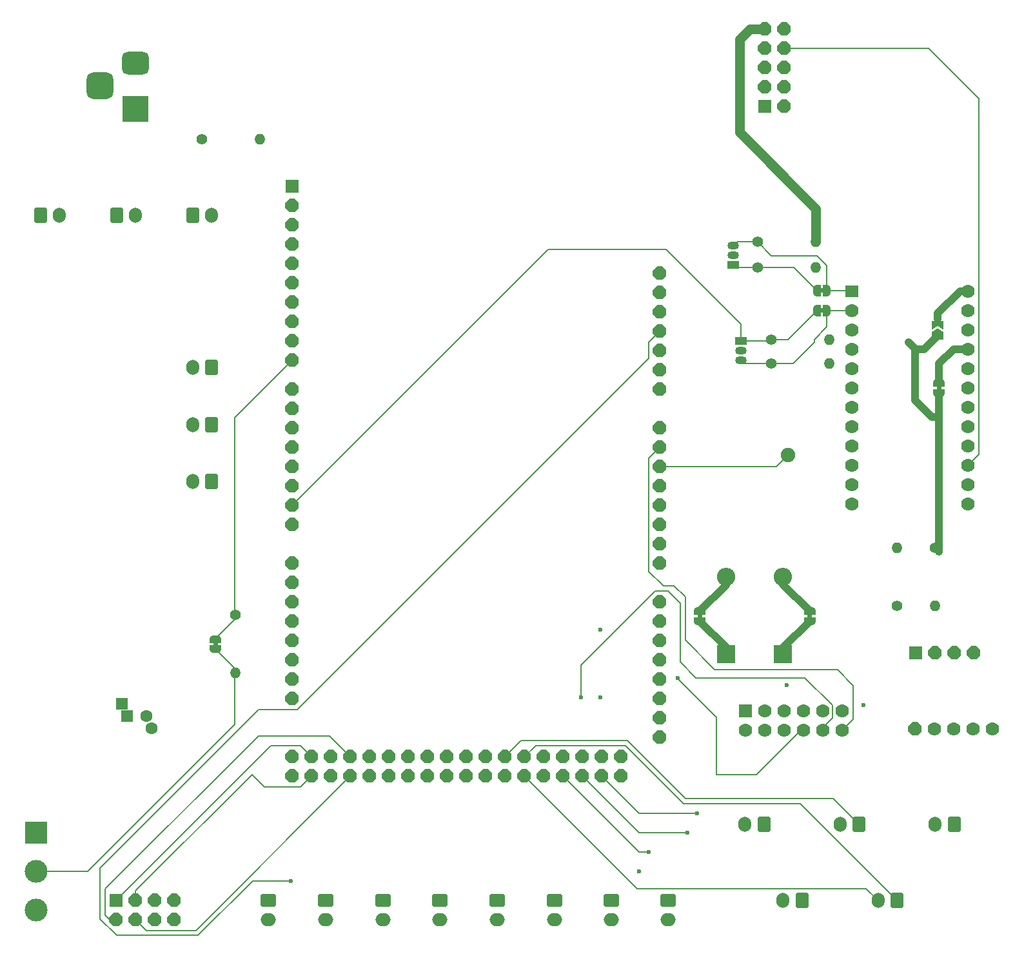
<source format=gbr>
%TF.GenerationSoftware,KiCad,Pcbnew,8.0.6*%
%TF.CreationDate,2025-05-19T18:35:20-06:00*%
%TF.ProjectId,main V5,6d61696e-2056-4352-9e6b-696361645f70,rev?*%
%TF.SameCoordinates,Original*%
%TF.FileFunction,Copper,L1,Top*%
%TF.FilePolarity,Positive*%
%FSLAX46Y46*%
G04 Gerber Fmt 4.6, Leading zero omitted, Abs format (unit mm)*
G04 Created by KiCad (PCBNEW 8.0.6) date 2025-05-19 18:35:20*
%MOMM*%
%LPD*%
G01*
G04 APERTURE LIST*
G04 Aperture macros list*
%AMRoundRect*
0 Rectangle with rounded corners*
0 $1 Rounding radius*
0 $2 $3 $4 $5 $6 $7 $8 $9 X,Y pos of 4 corners*
0 Add a 4 corners polygon primitive as box body*
4,1,4,$2,$3,$4,$5,$6,$7,$8,$9,$2,$3,0*
0 Add four circle primitives for the rounded corners*
1,1,$1+$1,$2,$3*
1,1,$1+$1,$4,$5*
1,1,$1+$1,$6,$7*
1,1,$1+$1,$8,$9*
0 Add four rect primitives between the rounded corners*
20,1,$1+$1,$2,$3,$4,$5,0*
20,1,$1+$1,$4,$5,$6,$7,0*
20,1,$1+$1,$6,$7,$8,$9,0*
20,1,$1+$1,$8,$9,$2,$3,0*%
%AMOutline5P*
0 Free polygon, 5 corners , with rotation*
0 The origin of the aperture is its center*
0 number of corners: always 5*
0 $1 to $10 corner X, Y*
0 $11 Rotation angle, in degrees counterclockwise*
0 create outline with 5 corners*
4,1,5,$1,$2,$3,$4,$5,$6,$7,$8,$9,$10,$1,$2,$11*%
%AMOutline6P*
0 Free polygon, 6 corners , with rotation*
0 The origin of the aperture is its center*
0 number of corners: always 6*
0 $1 to $12 corner X, Y*
0 $13 Rotation angle, in degrees counterclockwise*
0 create outline with 6 corners*
4,1,6,$1,$2,$3,$4,$5,$6,$7,$8,$9,$10,$11,$12,$1,$2,$13*%
%AMOutline7P*
0 Free polygon, 7 corners , with rotation*
0 The origin of the aperture is its center*
0 number of corners: always 7*
0 $1 to $14 corner X, Y*
0 $15 Rotation angle, in degrees counterclockwise*
0 create outline with 7 corners*
4,1,7,$1,$2,$3,$4,$5,$6,$7,$8,$9,$10,$11,$12,$13,$14,$1,$2,$15*%
%AMOutline8P*
0 Free polygon, 8 corners , with rotation*
0 The origin of the aperture is its center*
0 number of corners: always 8*
0 $1 to $16 corner X, Y*
0 $17 Rotation angle, in degrees counterclockwise*
0 create outline with 8 corners*
4,1,8,$1,$2,$3,$4,$5,$6,$7,$8,$9,$10,$11,$12,$13,$14,$15,$16,$1,$2,$17*%
%AMFreePoly0*
4,1,19,0.500000,-0.750000,0.000000,-0.750000,0.000000,-0.744911,-0.071157,-0.744911,-0.207708,-0.704816,-0.327430,-0.627875,-0.420627,-0.520320,-0.479746,-0.390866,-0.500000,-0.250000,-0.500000,0.250000,-0.479746,0.390866,-0.420627,0.520320,-0.327430,0.627875,-0.207708,0.704816,-0.071157,0.744911,0.000000,0.744911,0.000000,0.750000,0.500000,0.750000,0.500000,-0.750000,0.500000,-0.750000,
$1*%
%AMFreePoly1*
4,1,19,0.000000,0.744911,0.071157,0.744911,0.207708,0.704816,0.327430,0.627875,0.420627,0.520320,0.479746,0.390866,0.500000,0.250000,0.500000,-0.250000,0.479746,-0.390866,0.420627,-0.520320,0.327430,-0.627875,0.207708,-0.704816,0.071157,-0.744911,0.000000,-0.744911,0.000000,-0.750000,-0.500000,-0.750000,-0.500000,0.750000,0.000000,0.750000,0.000000,0.744911,0.000000,0.744911,
$1*%
%AMFreePoly2*
4,1,6,1.000000,0.000000,0.500000,-0.750000,-0.500000,-0.750000,-0.500000,0.750000,0.500000,0.750000,1.000000,0.000000,1.000000,0.000000,$1*%
%AMFreePoly3*
4,1,6,0.500000,-0.750000,-0.650000,-0.750000,-0.150000,0.000000,-0.650000,0.750000,0.500000,0.750000,0.500000,-0.750000,0.500000,-0.750000,$1*%
G04 Aperture macros list end*
%TA.AperFunction,EtchedComponent*%
%ADD10C,0.000000*%
%TD*%
%TA.AperFunction,ComponentPad*%
%ADD11C,1.400000*%
%TD*%
%TA.AperFunction,ComponentPad*%
%ADD12O,1.400000X1.400000*%
%TD*%
%TA.AperFunction,ComponentPad*%
%ADD13R,1.778000X1.778000*%
%TD*%
%TA.AperFunction,ComponentPad*%
%ADD14Outline8P,-0.889000X0.368236X-0.368236X0.889000X0.368236X0.889000X0.889000X0.368236X0.889000X-0.368236X0.368236X-0.889000X-0.368236X-0.889000X-0.889000X-0.368236X0.000000*%
%TD*%
%TA.AperFunction,ComponentPad*%
%ADD15R,3.500000X3.500000*%
%TD*%
%TA.AperFunction,ComponentPad*%
%ADD16RoundRect,0.750000X-1.000000X0.750000X-1.000000X-0.750000X1.000000X-0.750000X1.000000X0.750000X0*%
%TD*%
%TA.AperFunction,ComponentPad*%
%ADD17RoundRect,0.875000X-0.875000X0.875000X-0.875000X-0.875000X0.875000X-0.875000X0.875000X0.875000X0*%
%TD*%
%TA.AperFunction,ComponentPad*%
%ADD18RoundRect,0.250000X-0.750000X0.600000X-0.750000X-0.600000X0.750000X-0.600000X0.750000X0.600000X0*%
%TD*%
%TA.AperFunction,ComponentPad*%
%ADD19O,2.000000X1.700000*%
%TD*%
%TA.AperFunction,ComponentPad*%
%ADD20RoundRect,0.250000X-0.600000X-0.750000X0.600000X-0.750000X0.600000X0.750000X-0.600000X0.750000X0*%
%TD*%
%TA.AperFunction,ComponentPad*%
%ADD21O,1.700000X2.000000*%
%TD*%
%TA.AperFunction,ComponentPad*%
%ADD22RoundRect,0.250000X0.600000X0.750000X-0.600000X0.750000X-0.600000X-0.750000X0.600000X-0.750000X0*%
%TD*%
%TA.AperFunction,SMDPad,CuDef*%
%ADD23FreePoly0,90.000000*%
%TD*%
%TA.AperFunction,SMDPad,CuDef*%
%ADD24FreePoly1,90.000000*%
%TD*%
%TA.AperFunction,ComponentPad*%
%ADD25Outline8P,-0.889000X0.368236X-0.368236X0.889000X0.368236X0.889000X0.889000X0.368236X0.889000X-0.368236X0.368236X-0.889000X-0.368236X-0.889000X-0.889000X-0.368236X90.000000*%
%TD*%
%TA.AperFunction,ComponentPad*%
%ADD26R,2.400000X2.400000*%
%TD*%
%TA.AperFunction,ComponentPad*%
%ADD27O,2.400000X2.400000*%
%TD*%
%TA.AperFunction,SMDPad,CuDef*%
%ADD28FreePoly0,270.000000*%
%TD*%
%TA.AperFunction,SMDPad,CuDef*%
%ADD29FreePoly1,270.000000*%
%TD*%
%TA.AperFunction,SMDPad,CuDef*%
%ADD30FreePoly2,90.000000*%
%TD*%
%TA.AperFunction,SMDPad,CuDef*%
%ADD31FreePoly3,90.000000*%
%TD*%
%TA.AperFunction,ComponentPad*%
%ADD32C,1.778000*%
%TD*%
%TA.AperFunction,SMDPad,CuDef*%
%ADD33FreePoly0,180.000000*%
%TD*%
%TA.AperFunction,SMDPad,CuDef*%
%ADD34FreePoly1,180.000000*%
%TD*%
%TA.AperFunction,ComponentPad*%
%ADD35R,1.500000X1.050000*%
%TD*%
%TA.AperFunction,ComponentPad*%
%ADD36O,1.500000X1.050000*%
%TD*%
%TA.AperFunction,ComponentPad*%
%ADD37R,3.000000X3.000000*%
%TD*%
%TA.AperFunction,ComponentPad*%
%ADD38C,3.000000*%
%TD*%
%TA.AperFunction,ComponentPad*%
%ADD39Outline8P,-0.889000X0.368236X-0.368236X0.889000X0.368236X0.889000X0.889000X0.368236X0.889000X-0.368236X0.368236X-0.889000X-0.368236X-0.889000X-0.889000X-0.368236X180.000000*%
%TD*%
%TA.AperFunction,ComponentPad*%
%ADD40C,1.905000*%
%TD*%
%TA.AperFunction,ComponentPad*%
%ADD41R,1.600000X1.600000*%
%TD*%
%TA.AperFunction,ComponentPad*%
%ADD42C,1.600000*%
%TD*%
%TA.AperFunction,ComponentPad*%
%ADD43R,1.778000X1.524000*%
%TD*%
%TA.AperFunction,ViaPad*%
%ADD44C,0.600000*%
%TD*%
%TA.AperFunction,Conductor*%
%ADD45C,1.016000*%
%TD*%
%TA.AperFunction,Conductor*%
%ADD46C,1.000000*%
%TD*%
%TA.AperFunction,Conductor*%
%ADD47C,0.635000*%
%TD*%
%TA.AperFunction,Conductor*%
%ADD48C,0.200000*%
%TD*%
%TA.AperFunction,Conductor*%
%ADD49C,1.270000*%
%TD*%
G04 APERTURE END LIST*
D10*
%TA.AperFunction,EtchedComponent*%
%TO.C,JP3*%
G36*
X188300000Y-90450000D02*
G01*
X187700000Y-90450000D01*
X187700000Y-89950000D01*
X188300000Y-89950000D01*
X188300000Y-90450000D01*
G37*
%TD.AperFunction*%
%TA.AperFunction,EtchedComponent*%
%TO.C,JP5*%
G36*
X171300000Y-120400000D02*
G01*
X170700000Y-120400000D01*
X170700000Y-119900000D01*
X171300000Y-119900000D01*
X171300000Y-120400000D01*
G37*
%TD.AperFunction*%
%TA.AperFunction,EtchedComponent*%
%TO.C,JP7*%
G36*
X93300000Y-124100000D02*
G01*
X92700000Y-124100000D01*
X92700000Y-123600000D01*
X93300000Y-123600000D01*
X93300000Y-124100000D01*
G37*
%TD.AperFunction*%
%TA.AperFunction,EtchedComponent*%
%TO.C,JP2*%
G36*
X172850000Y-80300000D02*
G01*
X172350000Y-80300000D01*
X172350000Y-79700000D01*
X172850000Y-79700000D01*
X172850000Y-80300000D01*
G37*
%TD.AperFunction*%
%TA.AperFunction,EtchedComponent*%
%TO.C,JP1*%
G36*
X172850000Y-77700000D02*
G01*
X172350000Y-77700000D01*
X172350000Y-77100000D01*
X172850000Y-77100000D01*
X172850000Y-77700000D01*
G37*
%TD.AperFunction*%
%TA.AperFunction,EtchedComponent*%
%TO.C,JP6*%
G36*
X156900000Y-120400000D02*
G01*
X156300000Y-120400000D01*
X156300000Y-119900000D01*
X156900000Y-119900000D01*
X156900000Y-120400000D01*
G37*
%TD.AperFunction*%
%TD*%
D11*
%TO.P,R7,1*%
%TO.N,/RX_OUT*%
X164200000Y-71000000D03*
D12*
%TO.P,R7,2*%
%TO.N,+3.3V*%
X171820000Y-71000000D03*
%TD*%
D13*
%TO.P,U$2,CLK,CLK*%
%TO.N,Net-(R2-Pad1)*%
X184960000Y-125000000D03*
D14*
%TO.P,U$2,DIO,DIO*%
%TO.N,Net-(R3-Pad2)*%
X187500000Y-125000000D03*
%TO.P,U$2,GND,GND*%
%TO.N,GND*%
X190040000Y-125000000D03*
%TO.P,U$2,VCC,VCC*%
%TO.N,/5V*%
X192580000Y-125000000D03*
%TD*%
D11*
%TO.P,Neopixel Resistor1,1,1*%
%TO.N,Net-(JP7-B)*%
X95600000Y-119990000D03*
D12*
%TO.P,Neopixel Resistor1,2,2*%
%TO.N,Net-(JP7-A)*%
X95600000Y-127610000D03*
%TD*%
D15*
%TO.P,J1,1,1*%
%TO.N,/RAW_IN*%
X82500000Y-53500000D03*
D16*
%TO.P,J1,2,2*%
%TO.N,GND*%
X82500000Y-47500000D03*
D17*
%TO.P,J1,3,3*%
X77800000Y-50500000D03*
%TD*%
D18*
%TO.P,SW6,1,S*%
%TO.N,Net-(SW6A-S)*%
X137500000Y-157500000D03*
D19*
%TO.P,SW6,2,S*%
%TO.N,GND*%
X137500000Y-160000000D03*
%TD*%
D18*
%TO.P,SW4,1,S*%
%TO.N,Net-(SW4A-S)*%
X122450000Y-157500000D03*
D19*
%TO.P,SW4,2,S*%
%TO.N,GND*%
X122450000Y-160000000D03*
%TD*%
D18*
%TO.P,SW1,1,S*%
%TO.N,Net-(SW1A-S)*%
X99950000Y-157500000D03*
D19*
%TO.P,SW1,2,S*%
%TO.N,GND*%
X99950000Y-160000000D03*
%TD*%
D11*
%TO.P,R2,1,1*%
%TO.N,Net-(R2-Pad1)*%
X182500000Y-118810000D03*
D12*
%TO.P,R2,2,2*%
%TO.N,/5V*%
X182500000Y-111190000D03*
%TD*%
D20*
%TO.P,POWER_LED0,1,S*%
%TO.N,/5V*%
X90000000Y-67500000D03*
D21*
%TO.P,POWER_LED0,2,S*%
%TO.N,Net-(POWER_LED0B-S)*%
X92500000Y-67500000D03*
%TD*%
D11*
%TO.P,R6,1*%
%TO.N,/RX_5V*%
X164190000Y-74400000D03*
D12*
%TO.P,R6,2*%
%TO.N,/5V*%
X171810000Y-74400000D03*
%TD*%
D22*
%TO.P,JACK_CON3,1,S*%
%TO.N,Net-(JACK_CON3A-S)*%
X177500000Y-147500000D03*
D21*
%TO.P,JACK_CON3,2,S*%
%TO.N,Net-(JACK_CON3B-S)*%
X175000000Y-147500000D03*
%TD*%
D22*
%TO.P,JACK_CON1,1,S*%
%TO.N,Net-(JACK_CON1A-S)*%
X165000000Y-147500000D03*
D21*
%TO.P,JACK_CON1,2,S*%
%TO.N,Net-(JACK_CON1B-S)*%
X162500000Y-147500000D03*
%TD*%
D23*
%TO.P,JP3,1,A*%
%TO.N,/5V*%
X188000000Y-90850000D03*
D24*
%TO.P,JP3,2,B*%
%TO.N,+3.3V*%
X188000000Y-89550000D03*
%TD*%
D22*
%TO.P,SECTION_2_BUTTON0,1,KL*%
%TO.N,Net-(SECTION_2_BUTTON0A-KL)*%
X92500000Y-95000000D03*
D21*
%TO.P,SECTION_2_BUTTON0,2,KL*%
%TO.N,GND*%
X90000000Y-95000000D03*
%TD*%
D18*
%TO.P,SW5,1,S*%
%TO.N,Net-(SW5A-S)*%
X129950000Y-157500000D03*
D19*
%TO.P,SW5,2,S*%
%TO.N,GND*%
X129950000Y-160000000D03*
%TD*%
D20*
%TO.P,RESET0,1,S*%
%TO.N,/RESET*%
X80000000Y-67500000D03*
D21*
%TO.P,RESET0,2,S*%
%TO.N,GND*%
X82500000Y-67500000D03*
%TD*%
D11*
%TO.P,R4,1*%
%TO.N,/TX_5V*%
X165990000Y-83800000D03*
D12*
%TO.P,R4,2*%
%TO.N,/5V*%
X173610000Y-83800000D03*
%TD*%
D20*
%TO.P,PWR_IN0,1,S*%
%TO.N,/RAW_IN*%
X70000000Y-67500000D03*
D21*
%TO.P,PWR_IN0,2,S*%
%TO.N,/5V*%
X72500000Y-67500000D03*
%TD*%
D25*
%TO.P,11,3V3,3V3*%
%TO.N,unconnected-(11-Pad3V3)*%
X167670000Y-43053000D03*
%TO.P,11,5V,5V*%
%TO.N,+3.3V*%
X165130000Y-43053000D03*
D13*
%TO.P,11,GND@1,GND*%
%TO.N,GND*%
X165130000Y-53213000D03*
D25*
%TO.P,11,GND@2,GND*%
X165130000Y-45593000D03*
%TO.P,11,INT,INT*%
%TO.N,unconnected-(11-PadINT)*%
X165130000Y-50673000D03*
%TO.P,11,MISO,MISO*%
%TO.N,Net-(U1-12)*%
X167670000Y-45593000D03*
%TO.P,11,MOSI,MOSI*%
%TO.N,Net-(U1-11)*%
X167670000Y-48133000D03*
%TO.P,11,RST,RST*%
%TO.N,/RESET*%
X165130000Y-48133000D03*
%TO.P,11,SCLK,SCLK*%
%TO.N,Net-(U1-13)*%
X167670000Y-53213000D03*
%TO.P,11,SCS,SCS*%
%TO.N,Net-(U1-10)*%
X167670000Y-50673000D03*
%TD*%
D26*
%TO.P,D2,1,K*%
%TO.N,Net-(D2-K)*%
X160000000Y-125160000D03*
D27*
%TO.P,D2,2,A*%
%TO.N,/3V3*%
X160000000Y-115000000D03*
%TD*%
D18*
%TO.P,SW3,1,S*%
%TO.N,Net-(SW3A-S)*%
X114950000Y-157500000D03*
D19*
%TO.P,SW3,2,S*%
%TO.N,GND*%
X114950000Y-160000000D03*
%TD*%
D22*
%TO.P,JACK_CON5,1,S*%
%TO.N,Net-(JACK_CON5A-S)*%
X190000000Y-147500000D03*
D21*
%TO.P,JACK_CON5,2,S*%
%TO.N,Net-(JACK_CON5B-S)*%
X187500000Y-147500000D03*
%TD*%
D28*
%TO.P,JP5,1,A*%
%TO.N,/5V*%
X171000000Y-119500000D03*
D29*
%TO.P,JP5,2,B*%
%TO.N,Net-(D1-K)*%
X171000000Y-120800000D03*
%TD*%
D18*
%TO.P,SW2,1,S*%
%TO.N,Net-(SW2A-S)*%
X107450000Y-157500000D03*
D19*
%TO.P,SW2,2,S*%
%TO.N,GND*%
X107450000Y-160000000D03*
%TD*%
D30*
%TO.P,JP4,1,A*%
%TO.N,/5V*%
X187800000Y-83325000D03*
D31*
%TO.P,JP4,2,B*%
%TO.N,Net-(JP4-B)*%
X187800000Y-81875000D03*
%TD*%
D13*
%TO.P,C1,3V3,3V3*%
%TO.N,Net-(D2-K)*%
X162560000Y-132588000D03*
D32*
%TO.P,C1,5V,5V*%
%TO.N,Net-(D1-K)*%
X165100000Y-132588000D03*
%TO.P,C1,GND,GND*%
%TO.N,GND*%
X167640000Y-132588000D03*
%TO.P,C1,MISO,MISO*%
%TO.N,/MISO*%
X172720000Y-135128000D03*
%TO.P,C1,MOSI,MOSI*%
%TO.N,/MOSI*%
X172720000Y-132588000D03*
%TO.P,C1,RST,Reset*%
%TO.N,/RESET*%
X175260000Y-132588000D03*
%TO.P,C1,SCK,SCK*%
%TO.N,/SCK*%
X170180000Y-132588000D03*
%TO.P,C1,SD_CS,SD_CS*%
%TO.N,/D48*%
X170180000Y-135128000D03*
%TO.P,C1,SPKR,SPKR*%
%TO.N,/D2*%
X162560000Y-135128000D03*
%TO.P,C1,TFT_CS,TFT_CS*%
%TO.N,/D53*%
X167640000Y-135128000D03*
%TO.P,C1,TFT_DC,TFT_DC*%
%TO.N,Net-(C1-PadTFT_DC)*%
X165100000Y-135128000D03*
%TO.P,C1,T_CS,Touch_CS*%
%TO.N,/Touch_CS*%
X175260000Y-135128000D03*
%TD*%
D23*
%TO.P,JP7,1,A*%
%TO.N,Net-(JP7-A)*%
X93000000Y-124500000D03*
D24*
%TO.P,JP7,2,B*%
%TO.N,Net-(JP7-B)*%
X93000000Y-123200000D03*
%TD*%
D11*
%TO.P,R1,1,1*%
%TO.N,Net-(POWER_LED0B-S)*%
X91190000Y-57500000D03*
D12*
%TO.P,R1,2,2*%
%TO.N,GND*%
X98810000Y-57500000D03*
%TD*%
D18*
%TO.P,SW8,1,S*%
%TO.N,Net-(SW8A-S)*%
X152450000Y-157500000D03*
D19*
%TO.P,SW8,2,S*%
%TO.N,GND*%
X152450000Y-160000000D03*
%TD*%
D13*
%TO.P,U$4,P1,P1*%
%TO.N,Net-(U$1-PadD22)*%
X79960000Y-157460000D03*
D14*
%TO.P,U$4,P2,P2*%
%TO.N,Net-(U$1-PadD23)*%
X82500000Y-157460000D03*
%TO.P,U$4,P3,P3*%
%TO.N,Net-(U$1-PadD24)*%
X85040000Y-157460000D03*
%TO.P,U$4,P4,P4*%
%TO.N,Net-(U$1-PadD25)*%
X87580000Y-157460000D03*
%TO.P,U$4,PA,PA*%
%TO.N,Net-(U$1-PadD26)*%
X79960000Y-160000000D03*
%TO.P,U$4,PB,PB*%
%TO.N,Net-(U$1-PadD27)*%
X82500000Y-160000000D03*
%TO.P,U$4,PC,PC*%
%TO.N,Net-(U$1-PadD28)*%
X85040000Y-160000000D03*
%TO.P,U$4,PD,PD*%
%TO.N,/D29*%
X87580000Y-160000000D03*
%TD*%
D33*
%TO.P,JP2,1,A*%
%TO.N,/TX_OUT*%
X173250000Y-80000000D03*
D34*
%TO.P,JP2,2,B*%
%TO.N,/TX_5V*%
X171950000Y-80000000D03*
%TD*%
D35*
%TO.P,Q2,1,D*%
%TO.N,/RX_5V*%
X161000000Y-74000000D03*
D36*
%TO.P,Q2,2,G*%
%TO.N,+3.3V*%
X161000000Y-72730000D03*
%TO.P,Q2,3,S*%
%TO.N,/RX_OUT*%
X161000000Y-71460000D03*
%TD*%
D18*
%TO.P,SW7,1,S*%
%TO.N,Net-(SW7A-S)*%
X144950000Y-157500000D03*
D19*
%TO.P,SW7,2,S*%
%TO.N,GND*%
X144950000Y-160000000D03*
%TD*%
D37*
%TO.P,X1,1,KL*%
%TO.N,/5V*%
X69400000Y-148590000D03*
D38*
%TO.P,X1,2,KL*%
%TO.N,Net-(JP7-A)*%
X69400000Y-153670000D03*
%TO.P,X1,3,KL*%
%TO.N,GND*%
X69400000Y-158750000D03*
%TD*%
D39*
%TO.P,U$1,3V3,3V3*%
%TO.N,/3V3*%
X151328500Y-80210000D03*
%TO.P,U$1,5V@1,5V*%
%TO.N,Net-(U$1-5V-Pad5V@1)*%
X151328500Y-82750000D03*
%TO.P,U$1,5V@2,5V*%
X103068500Y-138630000D03*
%TO.P,U$1,5V@3,5V*%
X103068500Y-141170000D03*
%TO.P,U$1,A0,A0*%
%TO.N,unconnected-(U$1-PadA0)*%
X151328500Y-95450000D03*
%TO.P,U$1,A1,A1*%
%TO.N,/Touch_CS*%
X151328500Y-97990000D03*
%TO.P,U$1,A2,A2*%
%TO.N,Net-(U2-T_IRQ)*%
X151328500Y-100530000D03*
%TO.P,U$1,A3,A3*%
%TO.N,unconnected-(U$1-PadA3)*%
X151328500Y-103070000D03*
%TO.P,U$1,A4,A4*%
%TO.N,unconnected-(U$1-PadA4)*%
X151328500Y-105610000D03*
%TO.P,U$1,A5,A5*%
%TO.N,unconnected-(U$1-PadA5)*%
X151328500Y-108150000D03*
%TO.P,U$1,A6,A6*%
%TO.N,unconnected-(U$1-PadA6)*%
X151328500Y-110690000D03*
%TO.P,U$1,A7,A7*%
%TO.N,unconnected-(U$1-PadA7)*%
X151328500Y-113230000D03*
%TO.P,U$1,A8,A8*%
%TO.N,unconnected-(U$1-PadA8)*%
X151328500Y-118310000D03*
%TO.P,U$1,A9,A9*%
%TO.N,unconnected-(U$1-PadA9)*%
X151328500Y-120850000D03*
%TO.P,U$1,A10,A10*%
%TO.N,unconnected-(U$1-PadA10)*%
X151328500Y-123390000D03*
%TO.P,U$1,A11,A11*%
%TO.N,unconnected-(U$1-PadA11)*%
X151328500Y-125930000D03*
%TO.P,U$1,A12,A12*%
%TO.N,unconnected-(U$1-PadA12)*%
X151328500Y-128470000D03*
%TO.P,U$1,A13,A13*%
%TO.N,unconnected-(U$1-PadA13)*%
X151328500Y-131010000D03*
%TO.P,U$1,A14,A14*%
%TO.N,unconnected-(U$1-PadA14)*%
X151328500Y-133550000D03*
%TO.P,U$1,A15,A15*%
%TO.N,unconnected-(U$1-PadA15)*%
X151328500Y-136090000D03*
%TO.P,U$1,AREF,AREF*%
%TO.N,unconnected-(U$1-PadAREF)*%
X103068500Y-68780000D03*
%TO.P,U$1,D0,D0*%
%TO.N,/RX_5V*%
X103068500Y-108150000D03*
%TO.P,U$1,D1,D1*%
%TO.N,/TX_5V*%
X103068500Y-105610000D03*
%TO.P,U$1,D2,D2*%
%TO.N,/D2*%
X103068500Y-103070000D03*
%TO.P,U$1,D3,D3*%
%TO.N,unconnected-(U$1-PadD3)*%
X103068500Y-100530000D03*
%TO.P,U$1,D4,D4*%
%TO.N,Net-(R2-Pad1)*%
X103068500Y-97990000D03*
%TO.P,U$1,D5,D5*%
%TO.N,Net-(R3-Pad2)*%
X103068500Y-95450000D03*
%TO.P,U$1,D6,D6*%
%TO.N,unconnected-(U$1-PadD6)*%
X103068500Y-92910000D03*
%TO.P,U$1,D7,D7*%
%TO.N,unconnected-(U$1-PadD7)*%
X103068500Y-90370000D03*
%TO.P,U$1,D8,D8*%
%TO.N,Net-(JP7-B)*%
X103068500Y-86560000D03*
%TO.P,U$1,D9,D9*%
%TO.N,Net-(SECTION_1_BUTTON0A-KL)*%
X103068500Y-84020000D03*
%TO.P,U$1,D10,D10*%
%TO.N,Net-(SECTION_2_BUTTON0A-KL)*%
X103068500Y-81480000D03*
%TO.P,U$1,D11,D11*%
%TO.N,Net-(SECTION_3_BUTTON0A-KL)*%
X103068500Y-78940000D03*
%TO.P,U$1,D12,D12*%
%TO.N,unconnected-(U$1-PadD12)*%
X103068500Y-76400000D03*
%TO.P,U$1,D13,D13*%
%TO.N,unconnected-(U$1-PadD13)*%
X103068500Y-73860000D03*
%TO.P,U$1,D14,D14*%
%TO.N,unconnected-(U$1-PadD14)*%
X103068500Y-113230000D03*
%TO.P,U$1,D15,D15*%
%TO.N,unconnected-(U$1-PadD15)*%
X103068500Y-115770000D03*
%TO.P,U$1,D16,D16*%
%TO.N,unconnected-(U$1-PadD16)*%
X103068500Y-118310000D03*
%TO.P,U$1,D17,D17*%
%TO.N,unconnected-(U$1-PadD17)*%
X103068500Y-120850000D03*
%TO.P,U$1,D18,D18*%
%TO.N,unconnected-(U$1-PadD18)*%
X103068500Y-123390000D03*
%TO.P,U$1,D19,D19*%
%TO.N,unconnected-(U$1-PadD19)*%
X103068500Y-125930000D03*
%TO.P,U$1,D20,D20*%
%TO.N,Net-(U$1-PadD20)*%
X103068500Y-128470000D03*
%TO.P,U$1,D21,D21*%
%TO.N,/D21*%
X103068500Y-131010000D03*
%TO.P,U$1,D22,D22*%
%TO.N,Net-(U$1-PadD22)*%
X105608500Y-138630000D03*
%TO.P,U$1,D23,D23*%
%TO.N,Net-(U$1-PadD23)*%
X105608500Y-141170000D03*
%TO.P,U$1,D24,D24*%
%TO.N,Net-(U$1-PadD24)*%
X108148500Y-138630000D03*
%TO.P,U$1,D25,D25*%
%TO.N,Net-(U$1-PadD25)*%
X108148500Y-141170000D03*
%TO.P,U$1,D26,D26*%
%TO.N,Net-(U$1-PadD26)*%
X110688500Y-138630000D03*
%TO.P,U$1,D27,D27*%
%TO.N,Net-(U$1-PadD27)*%
X110688500Y-141170000D03*
%TO.P,U$1,D28,D28*%
%TO.N,Net-(U$1-PadD28)*%
X113228500Y-138630000D03*
%TO.P,U$1,D29,D29*%
%TO.N,/D29*%
X113228500Y-141170000D03*
%TO.P,U$1,D30,D30*%
%TO.N,Net-(SW1A-S)*%
X115768500Y-138630000D03*
%TO.P,U$1,D31,D31*%
%TO.N,Net-(SW2A-S)*%
X115768500Y-141170000D03*
%TO.P,U$1,D32,D32*%
%TO.N,Net-(SW3A-S)*%
X118308500Y-138630000D03*
%TO.P,U$1,D33,D33*%
%TO.N,Net-(SW4A-S)*%
X118308500Y-141170000D03*
%TO.P,U$1,D34,D34*%
%TO.N,Net-(SW5A-S)*%
X120848500Y-138630000D03*
%TO.P,U$1,D35,D35*%
%TO.N,Net-(SW6A-S)*%
X120848500Y-141170000D03*
%TO.P,U$1,D36,D36*%
%TO.N,Net-(SW7A-S)*%
X123388500Y-138630000D03*
%TO.P,U$1,D37,D37*%
%TO.N,Net-(SW8A-S)*%
X123388500Y-141170000D03*
%TO.P,U$1,D38,D38*%
%TO.N,Net-(JACK_CON1A-S)*%
X125928500Y-138630000D03*
%TO.P,U$1,D39,D39*%
%TO.N,Net-(JACK_CON1B-S)*%
X125928500Y-141170000D03*
%TO.P,U$1,D40,D40*%
%TO.N,Net-(JACK_CON2A-S)*%
X128468500Y-138630000D03*
%TO.P,U$1,D41,D41*%
%TO.N,Net-(JACK_CON2B-S)*%
X128468500Y-141170000D03*
%TO.P,U$1,D42,D42*%
%TO.N,Net-(JACK_CON3A-S)*%
X131008500Y-138630000D03*
%TO.P,U$1,D43,D43*%
%TO.N,Net-(JACK_CON3B-S)*%
X131008500Y-141170000D03*
%TO.P,U$1,D44,D44*%
%TO.N,Net-(JACK_CON4A-S)*%
X133548500Y-138630000D03*
%TO.P,U$1,D45,D45*%
%TO.N,Net-(JACK_CON4B-S)*%
X133548500Y-141170000D03*
%TO.P,U$1,D46,D46*%
%TO.N,Net-(JACK_CON5A-S)*%
X136088500Y-138630000D03*
%TO.P,U$1,D47,D47*%
%TO.N,Net-(JACK_CON5B-S)*%
X136088500Y-141170000D03*
%TO.P,U$1,D48,D48*%
%TO.N,/D48*%
X138628500Y-138630000D03*
%TO.P,U$1,D49,D49*%
%TO.N,Net-(C1-PadTFT_DC)*%
X138628500Y-141170000D03*
%TO.P,U$1,D50,D50*%
%TO.N,/MISO*%
X141168500Y-138630000D03*
%TO.P,U$1,D51,D51*%
%TO.N,/MOSI*%
X141168500Y-141170000D03*
%TO.P,U$1,D52,D52*%
%TO.N,/SCK*%
X143708500Y-138630000D03*
%TO.P,U$1,D53,D53*%
%TO.N,/D53*%
X143708500Y-141170000D03*
%TO.P,U$1,GND@1,GND*%
%TO.N,GND*%
X103068500Y-71320000D03*
%TO.P,U$1,GND@2,GND*%
X151328500Y-87830000D03*
%TO.P,U$1,GND@3,GND*%
X151328500Y-85290000D03*
%TO.P,U$1,GND@4,GND*%
X146248500Y-138630000D03*
%TO.P,U$1,GND@5,GND*%
X146248500Y-141170000D03*
%TO.P,U$1,IOREF,IOREF*%
%TO.N,unconnected-(U$1-PadIOREF)*%
X151328500Y-75130000D03*
%TO.P,U$1,RESET,RESET*%
%TO.N,/RESET*%
X151328500Y-77670000D03*
D13*
%TO.P,U$1,SCL,SCL*%
%TO.N,unconnected-(U$1-PadSCL)*%
X103068500Y-63700000D03*
D39*
%TO.P,U$1,SDA,SDA*%
%TO.N,unconnected-(U$1-PadSDA)*%
X103068500Y-66240000D03*
%TO.P,U$1,VIN,VIN*%
%TO.N,/5V*%
X151328500Y-90370000D03*
%TD*%
D40*
%TO.P,U2,1,T_IRQ*%
%TO.N,Net-(U2-T_IRQ)*%
X168200000Y-99000000D03*
%TD*%
D22*
%TO.P,JACK_CON2,1,S*%
%TO.N,Net-(JACK_CON2A-S)*%
X170000000Y-157500000D03*
D21*
%TO.P,JACK_CON2,2,S*%
%TO.N,Net-(JACK_CON2B-S)*%
X167500000Y-157500000D03*
%TD*%
D41*
%TO.P,C2,1*%
%TO.N,/5V*%
X80740126Y-131674000D03*
X81411063Y-133274000D03*
D42*
%TO.P,C2,2*%
%TO.N,GND*%
X83911063Y-133274000D03*
X84582000Y-134874000D03*
%TD*%
D22*
%TO.P,SECTION_1_BUTTON0,1,KL*%
%TO.N,Net-(SECTION_1_BUTTON0A-KL)*%
X92500000Y-102500000D03*
D21*
%TO.P,SECTION_1_BUTTON0,2,KL*%
%TO.N,GND*%
X90000000Y-102500000D03*
%TD*%
D33*
%TO.P,JP1,1,A*%
%TO.N,/RX_OUT*%
X173250000Y-77400000D03*
D34*
%TO.P,JP1,2,B*%
%TO.N,/RX_5V*%
X171950000Y-77400000D03*
%TD*%
D43*
%TO.P,U1,0,TXD*%
%TO.N,/RX_OUT*%
X176530000Y-77470000D03*
D32*
%TO.P,U1,1,RXI*%
%TO.N,/TX_OUT*%
X176530000Y-80010000D03*
%TO.P,U1,2,GND/RST*%
%TO.N,unconnected-(U1-GND{slash}RST-Pad2)*%
X176530000Y-82550000D03*
%TO.P,U1,3,GND*%
%TO.N,unconnected-(U1-GND-Pad3)*%
X176530000Y-85090000D03*
%TO.P,U1,4,2*%
%TO.N,unconnected-(U1-2-Pad4)*%
X176530000Y-87630000D03*
%TO.P,U1,5,3*%
%TO.N,unconnected-(U1-3-Pad5)*%
X176530000Y-90170000D03*
%TO.P,U1,6,4*%
%TO.N,unconnected-(U1-4-Pad6)*%
X176530000Y-92710000D03*
%TO.P,U1,7,5*%
%TO.N,unconnected-(U1-5-Pad7)*%
X176530000Y-95250000D03*
%TO.P,U1,8,6*%
%TO.N,unconnected-(U1-6-Pad8)*%
X176530000Y-97790000D03*
%TO.P,U1,9,7*%
%TO.N,unconnected-(U1-7-Pad9)*%
X176530000Y-100330000D03*
%TO.P,U1,10,8*%
%TO.N,unconnected-(U1-8-Pad10)*%
X176530000Y-102870000D03*
%TO.P,U1,11,9*%
%TO.N,unconnected-(U1-9-Pad11)*%
X176530000Y-105410000D03*
%TO.P,U1,12,10*%
%TO.N,Net-(U1-10)*%
X191770000Y-105410000D03*
%TO.P,U1,13,11*%
%TO.N,Net-(U1-11)*%
X191770000Y-102870000D03*
%TO.P,U1,14,12*%
%TO.N,Net-(U1-12)*%
X191770000Y-100330000D03*
%TO.P,U1,15,13*%
%TO.N,Net-(U1-13)*%
X191770000Y-97790000D03*
%TO.P,U1,16,A0*%
%TO.N,unconnected-(U1-A0-Pad16)*%
X191770000Y-95250000D03*
%TO.P,U1,17,A1*%
%TO.N,unconnected-(U1-A1-Pad17)*%
X191770000Y-92710000D03*
%TO.P,U1,18,A2*%
%TO.N,unconnected-(U1-A2-Pad18)*%
X191770000Y-90170000D03*
%TO.P,U1,19,A3*%
%TO.N,unconnected-(U1-A3-Pad19)*%
X191770000Y-87630000D03*
%TO.P,U1,20,VCC*%
%TO.N,+3.3V*%
X191770000Y-85090000D03*
%TO.P,U1,21,RST*%
%TO.N,/RESET*%
X191770000Y-82550000D03*
%TO.P,U1,22,GND*%
%TO.N,GND*%
X191770000Y-80010000D03*
%TO.P,U1,23,RAW*%
%TO.N,Net-(JP4-B)*%
X191770000Y-77470000D03*
%TD*%
D22*
%TO.P,JACK_CON4,1,S*%
%TO.N,Net-(JACK_CON4A-S)*%
X182500000Y-157500000D03*
D21*
%TO.P,JACK_CON4,2,S*%
%TO.N,Net-(JACK_CON4B-S)*%
X180000000Y-157500000D03*
%TD*%
D11*
%TO.P,R3,1,1*%
%TO.N,/5V*%
X187500000Y-111190000D03*
D12*
%TO.P,R3,2,2*%
%TO.N,Net-(R3-Pad2)*%
X187500000Y-118810000D03*
%TD*%
D35*
%TO.P,Q1,1,D*%
%TO.N,/TX_5V*%
X162000000Y-84050000D03*
D36*
%TO.P,Q1,2,G*%
%TO.N,+3.3V*%
X162000000Y-85320000D03*
%TO.P,Q1,3,S*%
%TO.N,/TX_OUT*%
X162000000Y-86590000D03*
%TD*%
D32*
%TO.P,U$5,+,+*%
%TO.N,/5V*%
X192500000Y-135000000D03*
D14*
%TO.P,U$5,CLK,CLK*%
%TO.N,/D21*%
X184880000Y-135000000D03*
D32*
%TO.P,U$5,DT,DT*%
%TO.N,Net-(U$1-PadD20)*%
X187420000Y-135000000D03*
%TO.P,U$5,GND,GND*%
%TO.N,GND*%
X195040000Y-135000000D03*
%TO.P,U$5,SW,SW*%
%TO.N,unconnected-(U$5-PadSW)*%
X189960000Y-135000000D03*
%TD*%
D22*
%TO.P,SECTION_3_BUTTON0,1,KL*%
%TO.N,Net-(SECTION_3_BUTTON0A-KL)*%
X92500000Y-87500000D03*
D21*
%TO.P,SECTION_3_BUTTON0,2,KL*%
%TO.N,GND*%
X90000000Y-87500000D03*
%TD*%
D11*
%TO.P,R5,1*%
%TO.N,/TX_OUT*%
X165990000Y-86950000D03*
D12*
%TO.P,R5,2*%
%TO.N,+3.3V*%
X173610000Y-86950000D03*
%TD*%
D26*
%TO.P,D1,1,K*%
%TO.N,Net-(D1-K)*%
X167500000Y-125160000D03*
D27*
%TO.P,D1,2,A*%
%TO.N,/5V*%
X167500000Y-115000000D03*
%TD*%
D23*
%TO.P,JP6,1,A*%
%TO.N,Net-(D2-K)*%
X156600000Y-120800000D03*
D24*
%TO.P,JP6,2,B*%
%TO.N,/3V3*%
X156600000Y-119500000D03*
%TD*%
D44*
%TO.N,/5V*%
X184000000Y-84200000D03*
%TO.N,Net-(JACK_CON5B-S)*%
X148590000Y-153670000D03*
%TO.N,/SCK*%
X143510000Y-121920000D03*
X168000000Y-129200000D03*
X143510000Y-130810000D03*
%TO.N,/MOSI*%
X178054000Y-131826000D03*
X154940000Y-148590000D03*
%TO.N,/D48*%
X153670000Y-128270000D03*
%TO.N,Net-(U$1-5V-Pad5V@1)*%
X102870000Y-154940000D03*
%TO.N,/D53*%
X156210000Y-146050000D03*
%TO.N,/MISO*%
X140970000Y-130810000D03*
%TO.N,Net-(C1-PadTFT_DC)*%
X149860000Y-151130000D03*
%TD*%
D45*
%TO.N,/5V*%
X188015000Y-111705000D02*
X188015000Y-92400000D01*
X188015000Y-91025291D02*
X188000000Y-91025291D01*
X188015000Y-91615000D02*
X188000000Y-91600000D01*
X186000000Y-85125000D02*
X187800000Y-83325000D01*
X188015000Y-92400000D02*
X188015000Y-91615000D01*
D46*
X167500000Y-116000000D02*
X171000000Y-119500000D01*
D45*
X188015000Y-92400000D02*
X188015000Y-91025291D01*
D47*
X167500000Y-115000000D02*
X167500000Y-116000000D01*
D45*
X184800000Y-91800000D02*
X184800000Y-85250000D01*
X187800000Y-94000000D02*
X187000000Y-94000000D01*
X184800000Y-85250000D02*
X184925000Y-85125000D01*
X187000000Y-94000000D02*
X184800000Y-91800000D01*
X184000000Y-84200000D02*
X184925000Y-85125000D01*
X184925000Y-85125000D02*
X186000000Y-85125000D01*
D46*
%TO.N,Net-(D1-K)*%
X171000000Y-120800000D02*
X167500000Y-124300000D01*
D48*
X167500000Y-124300000D02*
X167500000Y-125160000D01*
%TO.N,Net-(D2-K)*%
X160000000Y-124200000D02*
X160000000Y-125160000D01*
D46*
X156600000Y-120800000D02*
X160000000Y-124200000D01*
%TO.N,/3V3*%
X156600000Y-119500000D02*
X160000000Y-116100000D01*
D48*
X160000000Y-116100000D02*
X160000000Y-115000000D01*
%TO.N,Net-(JACK_CON3A-S)*%
X154715958Y-144122800D02*
X147095958Y-136502800D01*
X133135700Y-136502800D02*
X131008500Y-138630000D01*
X174122800Y-144122800D02*
X154715958Y-144122800D01*
X177500000Y-147500000D02*
X174122800Y-144122800D01*
X147095958Y-136502800D02*
X133135700Y-136502800D01*
%TO.N,Net-(JACK_CON3B-S)*%
X131008500Y-141170000D02*
X131008500Y-141168500D01*
X131008500Y-141168500D02*
X130810000Y-140970000D01*
%TO.N,Net-(JACK_CON4A-S)*%
X146823736Y-137160000D02*
X135018500Y-137160000D01*
X169780000Y-144780000D02*
X154443736Y-144780000D01*
X182500000Y-157500000D02*
X169780000Y-144780000D01*
X135018500Y-137160000D02*
X133548500Y-138630000D01*
X154443736Y-144780000D02*
X146823736Y-137160000D01*
%TO.N,Net-(JACK_CON4B-S)*%
X133548500Y-141170000D02*
X148321300Y-155942800D01*
X178442800Y-155942800D02*
X180000000Y-157500000D01*
X148321300Y-155942800D02*
X178442800Y-155942800D01*
%TO.N,Net-(JACK_CON5B-S)*%
X187500000Y-147500000D02*
X187780000Y-147500000D01*
X187780000Y-147500000D02*
X187960000Y-147320000D01*
%TO.N,Net-(SW6A-S)*%
X137500000Y-157500000D02*
X137450000Y-157500000D01*
%TO.N,/RX_OUT*%
X161460000Y-71000000D02*
X161000000Y-71460000D01*
X173250000Y-77400000D02*
X176460000Y-77400000D01*
X171987950Y-72800000D02*
X173250000Y-74062050D01*
X176460000Y-77400000D02*
X176530000Y-77470000D01*
X166000000Y-72800000D02*
X171987950Y-72800000D01*
X164200000Y-71000000D02*
X161460000Y-71000000D01*
X173250000Y-74062050D02*
X173250000Y-77400000D01*
X164200000Y-71000000D02*
X166000000Y-72800000D01*
%TO.N,/MOSI*%
X141168500Y-141170000D02*
X148588500Y-148590000D01*
X148588500Y-148590000D02*
X149860000Y-148590000D01*
X149860000Y-148590000D02*
X154940000Y-148590000D01*
%TO.N,/D48*%
X153670000Y-128270000D02*
X153670000Y-128335236D01*
X153670000Y-128335236D02*
X158750000Y-133415236D01*
X158750000Y-140970000D02*
X164030000Y-140970000D01*
X158750000Y-133415236D02*
X158750000Y-140970000D01*
X164030000Y-140970000D02*
X170000000Y-135000000D01*
%TO.N,Net-(U$1-5V-Pad5V@1)*%
X149882300Y-86337700D02*
X149882300Y-84196200D01*
X98683800Y-132456200D02*
X103763800Y-132456200D01*
X90684522Y-162103400D02*
X80018164Y-162103400D01*
X149882300Y-84196200D02*
X151328500Y-82750000D01*
X80018164Y-162103400D02*
X77856600Y-159941836D01*
X102870000Y-154940000D02*
X97847922Y-154940000D01*
X103763800Y-132456200D02*
X149882300Y-86337700D01*
X77856600Y-153283400D02*
X98683800Y-132456200D01*
X77856600Y-159941836D02*
X77856600Y-153283400D01*
X97847922Y-154940000D02*
X90684522Y-162103400D01*
%TO.N,/D53*%
X149860000Y-146050000D02*
X156210000Y-146050000D01*
X143708500Y-141170000D02*
X148588500Y-146050000D01*
X148588500Y-146050000D02*
X149860000Y-146050000D01*
%TO.N,/MISO*%
X154000000Y-126200000D02*
X156070000Y-128270000D01*
X150729464Y-116863800D02*
X152423800Y-116863800D01*
X173986200Y-131860964D02*
X173986200Y-133553800D01*
X173986200Y-133553800D02*
X172540000Y-135000000D01*
X140970000Y-126623264D02*
X150729464Y-116863800D01*
X152423800Y-116863800D02*
X154000000Y-118440000D01*
X154000000Y-118440000D02*
X154000000Y-126200000D01*
X140970000Y-130810000D02*
X140970000Y-126623264D01*
X156070000Y-128270000D02*
X170395236Y-128270000D01*
X170395236Y-128270000D02*
X173986200Y-131860964D01*
%TO.N,/D2*%
X162560000Y-135180000D02*
X162380000Y-135000000D01*
X162560000Y-135180000D02*
X162560000Y-135890000D01*
%TO.N,Net-(U$1-PadD26)*%
X107948500Y-135890000D02*
X110688500Y-138630000D01*
X78513800Y-159442800D02*
X78513800Y-156013800D01*
X78513800Y-156013800D02*
X98637600Y-135890000D01*
X79071000Y-160000000D02*
X78513800Y-159442800D01*
X98637600Y-135890000D02*
X107948500Y-135890000D01*
X79960000Y-160000000D02*
X79071000Y-160000000D01*
%TO.N,Net-(U$1-PadD24)*%
X85070000Y-157460000D02*
X85090000Y-157480000D01*
X85070000Y-157460000D02*
X85040000Y-157460000D01*
%TO.N,Net-(C1-PadTFT_DC)*%
X148588500Y-151130000D02*
X149860000Y-151130000D01*
X138628500Y-141170000D02*
X148588500Y-151130000D01*
%TO.N,Net-(U$1-PadD22)*%
X79960000Y-157460000D02*
X79990000Y-157460000D01*
X104162300Y-137183800D02*
X105608500Y-138630000D01*
X79990000Y-157460000D02*
X80010000Y-157480000D01*
X100236200Y-137183800D02*
X104162300Y-137183800D01*
X79960000Y-157460000D02*
X100236200Y-137183800D01*
%TO.N,Net-(U$1-PadD23)*%
X99436200Y-142616200D02*
X104162300Y-142616200D01*
X104162300Y-142616200D02*
X105608500Y-141170000D01*
X82500000Y-157460000D02*
X82500000Y-156260000D01*
X97790000Y-140970000D02*
X99436200Y-142616200D01*
X82500000Y-156260000D02*
X97790000Y-140970000D01*
%TO.N,/Touch_CS*%
X151328500Y-97990000D02*
X149882300Y-99436200D01*
X176706200Y-129265936D02*
X176706200Y-133681800D01*
X149882300Y-114282300D02*
X151806600Y-116206600D01*
X153206600Y-116206600D02*
X154657200Y-117657200D01*
X149882300Y-99436200D02*
X149882300Y-114282300D01*
X154657200Y-117657200D02*
X154657200Y-123331600D01*
X154657200Y-123331600D02*
X158525600Y-127200000D01*
X176706200Y-133681800D02*
X175260000Y-135128000D01*
X158525600Y-127200000D02*
X174640264Y-127200000D01*
X151806600Y-116206600D02*
X153206600Y-116206600D01*
X174640264Y-127200000D02*
X176706200Y-129265936D01*
%TO.N,Net-(U2-T_IRQ)*%
X151328500Y-100530000D02*
X166670000Y-100530000D01*
X166670000Y-100530000D02*
X168200000Y-99000000D01*
%TO.N,Net-(U$1-PadD27)*%
X83946200Y-161446200D02*
X90412300Y-161446200D01*
X82500000Y-160000000D02*
X83946200Y-161446200D01*
X90412300Y-161446200D02*
X110688500Y-141170000D01*
%TO.N,/RX_5V*%
X161400000Y-74400000D02*
X161000000Y-74000000D01*
X168950000Y-74400000D02*
X164190000Y-74400000D01*
X164190000Y-74400000D02*
X161400000Y-74400000D01*
X171950000Y-77400000D02*
X168950000Y-74400000D01*
%TO.N,/TX_5V*%
X162000000Y-84050000D02*
X165740000Y-84050000D01*
X165990000Y-83800000D02*
X168150000Y-83800000D01*
X162000000Y-81800000D02*
X162000000Y-84050000D01*
X168150000Y-83800000D02*
X171950000Y-80000000D01*
X136678500Y-72000000D02*
X152200000Y-72000000D01*
X103068500Y-105610000D02*
X136678500Y-72000000D01*
X165740000Y-84050000D02*
X165990000Y-83800000D01*
X152200000Y-72000000D02*
X162000000Y-81800000D01*
%TO.N,Net-(U1-12)*%
X186593000Y-45593000D02*
X167670000Y-45593000D01*
X193216200Y-98883800D02*
X193216200Y-52216200D01*
X193216200Y-52216200D02*
X186593000Y-45593000D01*
X191770000Y-100330000D02*
X193216200Y-98883800D01*
%TO.N,/TX_OUT*%
X165990000Y-86950000D02*
X162360000Y-86950000D01*
X165990000Y-86950000D02*
X168850000Y-86950000D01*
X162360000Y-86950000D02*
X162000000Y-86590000D01*
X168850000Y-86950000D02*
X171600000Y-84200000D01*
X173250000Y-82150000D02*
X173250000Y-80000000D01*
X173250000Y-80000000D02*
X176520000Y-80000000D01*
X171600000Y-84200000D02*
X171600000Y-83800000D01*
X171600000Y-83800000D02*
X173250000Y-82150000D01*
X176520000Y-80000000D02*
X176530000Y-80010000D01*
D46*
%TO.N,Net-(JP4-B)*%
X191770000Y-77470000D02*
X190730000Y-77470000D01*
X190730000Y-77470000D02*
X187837810Y-80362190D01*
X187837810Y-80362190D02*
X187837810Y-81137475D01*
D49*
%TO.N,+3.3V*%
X161800000Y-56600000D02*
X171820000Y-66620000D01*
X163147000Y-43053000D02*
X161800000Y-44400000D01*
D46*
X188000000Y-87000000D02*
X189910000Y-85090000D01*
X189910000Y-85090000D02*
X191770000Y-85090000D01*
D49*
X171820000Y-66620000D02*
X171820000Y-71000000D01*
D46*
X188000000Y-89200000D02*
X188000000Y-87000000D01*
D49*
X165130000Y-43053000D02*
X163147000Y-43053000D01*
X161800000Y-44400000D02*
X161800000Y-56600000D01*
D48*
%TO.N,Net-(JP7-A)*%
X76200000Y-153670000D02*
X69400000Y-153670000D01*
X95600000Y-127100000D02*
X95600000Y-127610000D01*
X95504000Y-127762000D02*
X95504000Y-134366000D01*
X95504000Y-134366000D02*
X76200000Y-153670000D01*
X93000000Y-124500000D02*
X95600000Y-127100000D01*
%TO.N,Net-(JP7-B)*%
X93000000Y-123100000D02*
X95600000Y-120500000D01*
X95504000Y-120142000D02*
X95504000Y-94124500D01*
X93000000Y-123200000D02*
X93000000Y-123100000D01*
X95600000Y-120500000D02*
X95600000Y-119990000D01*
X95504000Y-94124500D02*
X103068500Y-86560000D01*
%TD*%
M02*

</source>
